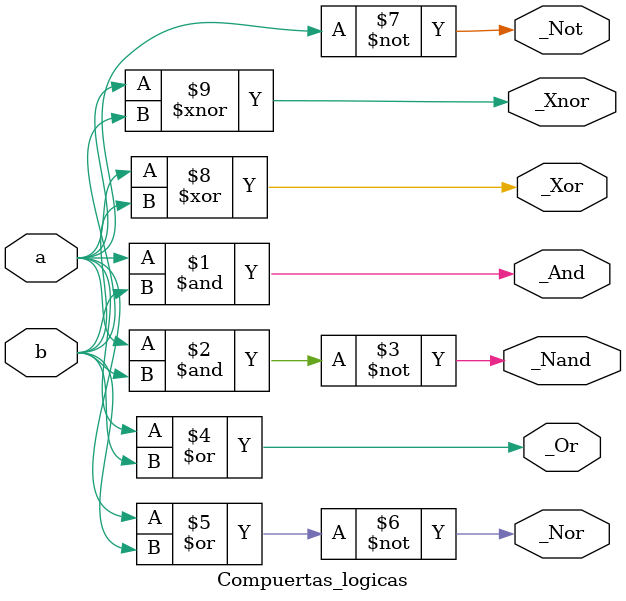
<source format=v>

module Compuertas_logicas(
	//Declaraciones
	input a,
	input b,
	output _And,
	output _Nand,
	output _Or,
	output _Nor,
	output _Not,
	output _Xor,
	output _Xnor
	);
	//compuertas
	assign _And = a & b;
	assign _Nand = ~(a & b);
	assign _Or = a | b;
	assign _Nor = ~(a | b);
	assign _Not = ~a;
	assign _Xor = a^b;
	assign _Xnor= a ~^b;
endmodule


</source>
